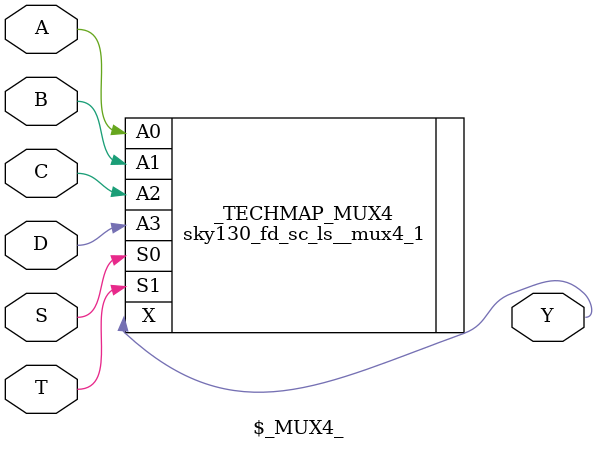
<source format=v>
module \$_MUX4_ (
    output Y,
    input A,
    input B,
    input C,
    input D,
    input S,
    input T
    );
  sky130_fd_sc_ls__mux4_1 _TECHMAP_MUX4 (
      .X(Y),
      .A0(A),
      .A1(B),
      .A2(C),
      .A3(D),
      .S0(S),
      .S1(T)
  );
endmodule


</source>
